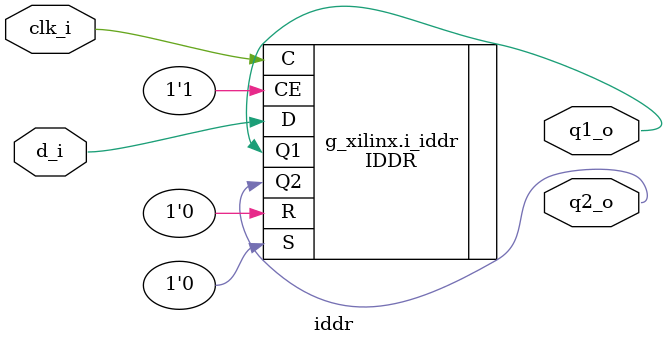
<source format=sv>
module iddr #(
    parameter VENDOR = "xilinx"
) (
    input logic clk_i,

    input logic d_i,

    output logic q1_o,
    output logic q2_o
);

    if (VENDOR == "xilinx") begin : g_xilinx
        IDDR #(
            .DDR_CLK_EDGE("SAME_EDGE_PIPELINED"),  // "OPPOSITE_EDGE", "SAME_EDGE"
            //    or "SAME_EDGE_PIPELINED"
            .INIT_Q1     (1'b0),                   // Initial value of Q1: 1'b0 or 1'b1
            .INIT_Q2     (1'b0),                   // Initial value of Q2: 1'b0 or 1'b1
            .SRTYPE      ("SYNC")                  // Set/Reset type: "SYNC" or "ASYNC"
        ) i_iddr (
            .Q1(q1_o),   // 1-bit output for positive edge of clock
            .Q2(q2_o),   // 1-bit output for negative edge of clock
            .C (clk_i),  // 1-bit clock input
            .CE(1'b1),   // 1-bit clock enable input
            .D (d_i),    // 1-bit DDR data input
            .R (1'b0),   // 1-bit reset
            .S (1'b0)    // 1-bit set
        );
    end else if (VENDOR == "altera") begin : g_altera
        logic q1_int;
        logic q2_int;
        logic q1_delay;
        logic q2_delay;

        altddio_in #(
            .WIDTH        (1),
            .POWER_UP_HIGH("OFF")
        ) i_altddio_in (
            .aset     (1'b0),
            .datain   (d_i),
            .inclocken(1'b1),
            .inclock  (clk_i),
            .aclr     (1'b0),
            .dataout_h(q1_int),
            .dataout_l(q2_int)
        );

        always_ff @(posedge clk_i) begin
            q1_delay <= q1_int;
            q2_delay <= q2_int;
        end

        assign q1_o = q1_delay;
        assign q2_o = q2_delay;
    end else if (VENDOR == "gowin") begin : g_gowin
        logic q1_int;
        logic q2_int;
        logic q1_delay;
        logic q2_delay;

        IDDR #(
            .Q0_INIT(1'b0),
            .Q1_INIT(1'b0)
        ) i_iddr (
            .Q0 (q1_int),
            .Q1 (q2_int),
            .D  (d_i),
            .CLK(clk_i)
        );

        always_ff @(posedge clk_i) begin
            q1_delay <= q1_int;
            q2_delay <= q2_int;
        end

        assign q1_o = q1_delay;
        assign q2_o = q2_delay;
    end else begin : g_other
        logic d_reg_1 = 1'b0;
        logic d_reg_2 = 1'b0;
        logic q_reg_1 = 1'b0;
        logic q_reg_2 = 1'b0;

        always @(posedge clk_i) begin
            d_reg_1 <= d_i;
        end

        always @(negedge clk_i) begin
            d_reg_2 <= d_i;
        end

        always @(posedge clk_i) begin
            q_reg_1 <= d_reg_1;
            q_reg_2 <= d_reg_2;
        end

        assign q1_o = q_reg_1;
        assign q2_o = q_reg_2;
    end

endmodule

</source>
